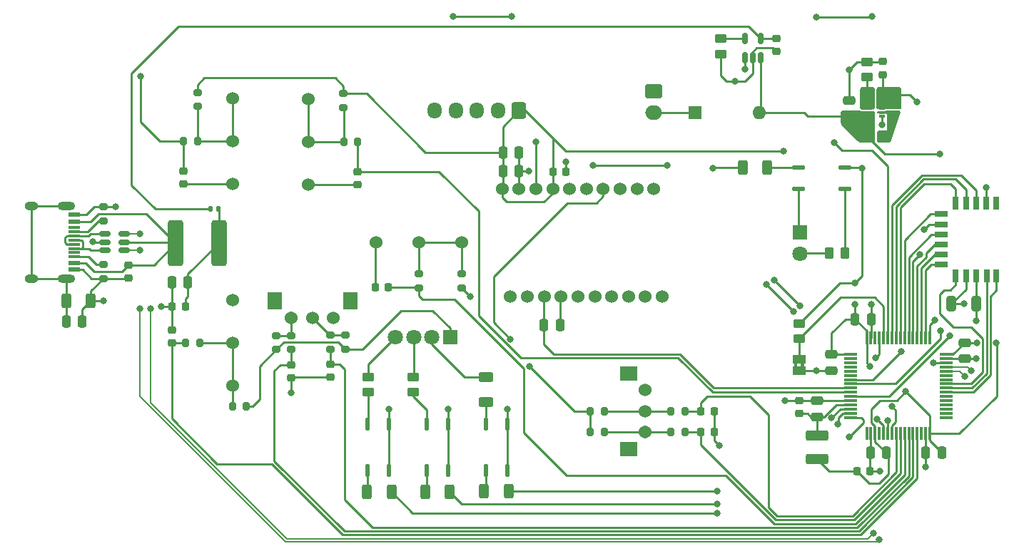
<source format=gbr>
%TF.GenerationSoftware,KiCad,Pcbnew,7.0.8*%
%TF.CreationDate,2024-01-02T21:28:17+01:00*%
%TF.ProjectId,Computer Mouse,436f6d70-7574-4657-9220-4d6f7573652e,rev?*%
%TF.SameCoordinates,Original*%
%TF.FileFunction,Copper,L1,Top*%
%TF.FilePolarity,Positive*%
%FSLAX46Y46*%
G04 Gerber Fmt 4.6, Leading zero omitted, Abs format (unit mm)*
G04 Created by KiCad (PCBNEW 7.0.8) date 2024-01-02 21:28:17*
%MOMM*%
%LPD*%
G01*
G04 APERTURE LIST*
G04 Aperture macros list*
%AMRoundRect*
0 Rectangle with rounded corners*
0 $1 Rounding radius*
0 $2 $3 $4 $5 $6 $7 $8 $9 X,Y pos of 4 corners*
0 Add a 4 corners polygon primitive as box body*
4,1,4,$2,$3,$4,$5,$6,$7,$8,$9,$2,$3,0*
0 Add four circle primitives for the rounded corners*
1,1,$1+$1,$2,$3*
1,1,$1+$1,$4,$5*
1,1,$1+$1,$6,$7*
1,1,$1+$1,$8,$9*
0 Add four rect primitives between the rounded corners*
20,1,$1+$1,$2,$3,$4,$5,0*
20,1,$1+$1,$4,$5,$6,$7,0*
20,1,$1+$1,$6,$7,$8,$9,0*
20,1,$1+$1,$8,$9,$2,$3,0*%
G04 Aperture macros list end*
%TA.AperFunction,SMDPad,CuDef*%
%ADD10RoundRect,0.250000X-0.450000X0.262500X-0.450000X-0.262500X0.450000X-0.262500X0.450000X0.262500X0*%
%TD*%
%TA.AperFunction,SMDPad,CuDef*%
%ADD11RoundRect,0.150000X-0.512500X-0.150000X0.512500X-0.150000X0.512500X0.150000X-0.512500X0.150000X0*%
%TD*%
%TA.AperFunction,SMDPad,CuDef*%
%ADD12R,0.700000X1.500000*%
%TD*%
%TA.AperFunction,SMDPad,CuDef*%
%ADD13R,1.500000X0.700000*%
%TD*%
%TA.AperFunction,SMDPad,CuDef*%
%ADD14RoundRect,0.075000X-0.700000X-0.075000X0.700000X-0.075000X0.700000X0.075000X-0.700000X0.075000X0*%
%TD*%
%TA.AperFunction,SMDPad,CuDef*%
%ADD15RoundRect,0.075000X-0.075000X-0.700000X0.075000X-0.700000X0.075000X0.700000X-0.075000X0.700000X0*%
%TD*%
%TA.AperFunction,SMDPad,CuDef*%
%ADD16RoundRect,0.250000X-0.475000X0.250000X-0.475000X-0.250000X0.475000X-0.250000X0.475000X0.250000X0*%
%TD*%
%TA.AperFunction,SMDPad,CuDef*%
%ADD17RoundRect,0.225000X-0.225000X-0.250000X0.225000X-0.250000X0.225000X0.250000X-0.225000X0.250000X0*%
%TD*%
%TA.AperFunction,SMDPad,CuDef*%
%ADD18RoundRect,0.200000X0.275000X-0.200000X0.275000X0.200000X-0.275000X0.200000X-0.275000X-0.200000X0*%
%TD*%
%TA.AperFunction,SMDPad,CuDef*%
%ADD19RoundRect,0.250000X-0.312500X-0.625000X0.312500X-0.625000X0.312500X0.625000X-0.312500X0.625000X0*%
%TD*%
%TA.AperFunction,SMDPad,CuDef*%
%ADD20RoundRect,0.150000X0.150000X-0.512500X0.150000X0.512500X-0.150000X0.512500X-0.150000X-0.512500X0*%
%TD*%
%TA.AperFunction,WasherPad*%
%ADD21R,1.800000X2.100000*%
%TD*%
%TA.AperFunction,ComponentPad*%
%ADD22C,1.540000*%
%TD*%
%TA.AperFunction,ComponentPad*%
%ADD23C,1.524000*%
%TD*%
%TA.AperFunction,SMDPad,CuDef*%
%ADD24RoundRect,0.250000X-1.075000X0.375000X-1.075000X-0.375000X1.075000X-0.375000X1.075000X0.375000X0*%
%TD*%
%TA.AperFunction,SMDPad,CuDef*%
%ADD25RoundRect,0.200000X0.200000X0.275000X-0.200000X0.275000X-0.200000X-0.275000X0.200000X-0.275000X0*%
%TD*%
%TA.AperFunction,SMDPad,CuDef*%
%ADD26RoundRect,0.250000X0.650000X2.450000X-0.650000X2.450000X-0.650000X-2.450000X0.650000X-2.450000X0*%
%TD*%
%TA.AperFunction,SMDPad,CuDef*%
%ADD27RoundRect,0.250000X-0.250000X-0.475000X0.250000X-0.475000X0.250000X0.475000X-0.250000X0.475000X0*%
%TD*%
%TA.AperFunction,SMDPad,CuDef*%
%ADD28RoundRect,0.137500X0.137500X-0.587500X0.137500X0.587500X-0.137500X0.587500X-0.137500X-0.587500X0*%
%TD*%
%TA.AperFunction,SMDPad,CuDef*%
%ADD29RoundRect,0.225000X-0.250000X0.225000X-0.250000X-0.225000X0.250000X-0.225000X0.250000X0.225000X0*%
%TD*%
%TA.AperFunction,SMDPad,CuDef*%
%ADD30RoundRect,0.250000X-0.625000X0.312500X-0.625000X-0.312500X0.625000X-0.312500X0.625000X0.312500X0*%
%TD*%
%TA.AperFunction,SMDPad,CuDef*%
%ADD31RoundRect,0.200000X-0.200000X-0.275000X0.200000X-0.275000X0.200000X0.275000X-0.200000X0.275000X0*%
%TD*%
%TA.AperFunction,SMDPad,CuDef*%
%ADD32RoundRect,0.250000X0.262500X0.450000X-0.262500X0.450000X-0.262500X-0.450000X0.262500X-0.450000X0*%
%TD*%
%TA.AperFunction,SMDPad,CuDef*%
%ADD33RoundRect,0.250000X0.475000X-0.250000X0.475000X0.250000X-0.475000X0.250000X-0.475000X-0.250000X0*%
%TD*%
%TA.AperFunction,SMDPad,CuDef*%
%ADD34R,1.500000X1.000000*%
%TD*%
%TA.AperFunction,SMDPad,CuDef*%
%ADD35RoundRect,0.250000X0.450000X-0.262500X0.450000X0.262500X-0.450000X0.262500X-0.450000X-0.262500X0*%
%TD*%
%TA.AperFunction,ComponentPad*%
%ADD36R,1.800000X1.800000*%
%TD*%
%TA.AperFunction,ComponentPad*%
%ADD37C,1.800000*%
%TD*%
%TA.AperFunction,SMDPad,CuDef*%
%ADD38RoundRect,0.200000X-0.275000X0.200000X-0.275000X-0.200000X0.275000X-0.200000X0.275000X0.200000X0*%
%TD*%
%TA.AperFunction,SMDPad,CuDef*%
%ADD39RoundRect,0.250000X0.325000X0.650000X-0.325000X0.650000X-0.325000X-0.650000X0.325000X-0.650000X0*%
%TD*%
%TA.AperFunction,SMDPad,CuDef*%
%ADD40RoundRect,0.250000X0.250000X0.475000X-0.250000X0.475000X-0.250000X-0.475000X0.250000X-0.475000X0*%
%TD*%
%TA.AperFunction,SMDPad,CuDef*%
%ADD41RoundRect,0.225000X0.250000X-0.225000X0.250000X0.225000X-0.250000X0.225000X-0.250000X-0.225000X0*%
%TD*%
%TA.AperFunction,SMDPad,CuDef*%
%ADD42RoundRect,0.237500X-0.287500X-0.237500X0.287500X-0.237500X0.287500X0.237500X-0.287500X0.237500X0*%
%TD*%
%TA.AperFunction,SMDPad,CuDef*%
%ADD43RoundRect,0.225000X0.225000X0.250000X-0.225000X0.250000X-0.225000X-0.250000X0.225000X-0.250000X0*%
%TD*%
%TA.AperFunction,WasherPad*%
%ADD44R,2.100000X1.800000*%
%TD*%
%TA.AperFunction,SMDPad,CuDef*%
%ADD45RoundRect,0.137500X-0.587500X-0.137500X0.587500X-0.137500X0.587500X0.137500X-0.587500X0.137500X0*%
%TD*%
%TA.AperFunction,SMDPad,CuDef*%
%ADD46R,1.450000X0.600000*%
%TD*%
%TA.AperFunction,SMDPad,CuDef*%
%ADD47R,1.450000X0.300000*%
%TD*%
%TA.AperFunction,ComponentPad*%
%ADD48O,2.100000X1.000000*%
%TD*%
%TA.AperFunction,ComponentPad*%
%ADD49O,1.600000X1.000000*%
%TD*%
%TA.AperFunction,ComponentPad*%
%ADD50RoundRect,0.250000X-0.750000X0.600000X-0.750000X-0.600000X0.750000X-0.600000X0.750000X0.600000X0*%
%TD*%
%TA.AperFunction,ComponentPad*%
%ADD51O,2.000000X1.700000*%
%TD*%
%TA.AperFunction,SMDPad,CuDef*%
%ADD52R,0.670000X0.300000*%
%TD*%
%TA.AperFunction,SMDPad,CuDef*%
%ADD53RoundRect,0.147500X-0.147500X-0.172500X0.147500X-0.172500X0.147500X0.172500X-0.147500X0.172500X0*%
%TD*%
%TA.AperFunction,SMDPad,CuDef*%
%ADD54RoundRect,0.250000X0.312500X0.625000X-0.312500X0.625000X-0.312500X-0.625000X0.312500X-0.625000X0*%
%TD*%
%TA.AperFunction,ComponentPad*%
%ADD55RoundRect,0.250000X0.600000X0.725000X-0.600000X0.725000X-0.600000X-0.725000X0.600000X-0.725000X0*%
%TD*%
%TA.AperFunction,ComponentPad*%
%ADD56O,1.700000X1.950000*%
%TD*%
%TA.AperFunction,ComponentPad*%
%ADD57R,1.600000X1.600000*%
%TD*%
%TA.AperFunction,ComponentPad*%
%ADD58O,1.600000X1.600000*%
%TD*%
%TA.AperFunction,ViaPad*%
%ADD59C,0.800000*%
%TD*%
%TA.AperFunction,Conductor*%
%ADD60C,0.250000*%
%TD*%
%TA.AperFunction,Conductor*%
%ADD61C,0.200000*%
%TD*%
G04 APERTURE END LIST*
%TA.AperFunction,EtchedComponent*%
%TO.C,JP1*%
G36*
X172800000Y-115750000D02*
G01*
X172400000Y-115750000D01*
X172400000Y-115250000D01*
X172800000Y-115250000D01*
X172800000Y-115750000D01*
G37*
%TD.AperFunction*%
%TA.AperFunction,EtchedComponent*%
G36*
X172000000Y-115750000D02*
G01*
X171600000Y-115750000D01*
X171600000Y-115250000D01*
X172000000Y-115250000D01*
X172000000Y-115750000D01*
G37*
%TD.AperFunction*%
%TD*%
D10*
%TO.P,R11,1*%
%TO.N,Net-(U6-PROG)*%
X162900000Y-76737500D03*
%TO.P,R11,2*%
%TO.N,GND*%
X162900000Y-78562500D03*
%TD*%
D11*
%TO.P,U5,1,I/O1*%
%TO.N,Net-(J2-D--PadA7)*%
X89837500Y-99970000D03*
%TO.P,U5,2,GND*%
%TO.N,GND*%
X89837500Y-100920000D03*
%TO.P,U5,3,I/O2*%
%TO.N,Net-(J2-D+-PadA6)*%
X89837500Y-101870000D03*
%TO.P,U5,4,I/O2*%
%TO.N,D+*%
X92112500Y-101870000D03*
%TO.P,U5,5,VBUS*%
%TO.N,Net-(U5-VBUS)*%
X92112500Y-100920000D03*
%TO.P,U5,6,I/O1*%
%TO.N,D-*%
X92112500Y-99970000D03*
%TD*%
D12*
%TO.P,U10,1,BT_RF*%
%TO.N,unconnected-(U10-BT_RF-Pad1)*%
X195600000Y-96250000D03*
%TO.P,U10,2,GND*%
%TO.N,GND*%
X194400000Y-96250000D03*
%TO.P,U10,3,P1_2*%
%TO.N,BT_P1_2*%
X193200000Y-96250000D03*
%TO.P,U10,4,P1_3*%
%TO.N,BT_P1_3*%
X192000000Y-96250000D03*
%TO.P,U10,5,P1_7*%
%TO.N,BT_P1_7*%
X190800000Y-96250000D03*
D13*
%TO.P,U10,6,P1_6*%
%TO.N,BT_P1_6*%
X189100000Y-97600000D03*
%TO.P,U10,7,UART_RX*%
%TO.N,BT_RX*%
X189100000Y-98800000D03*
%TO.P,U10,8,UART_TX*%
%TO.N,BT_TX*%
X189100000Y-100000000D03*
%TO.P,U10,9,P3_6*%
%TO.N,BT_P3_6*%
X189100000Y-101200000D03*
%TO.P,U10,10,RST*%
%TO.N,BT_RST*%
X189100000Y-102400000D03*
%TO.P,U10,11,P0_0*%
%TO.N,BT_P0_0*%
X189100000Y-103600000D03*
D12*
%TO.P,U10,12,P0_2*%
%TO.N,BT_P0_2*%
X190800000Y-104950000D03*
%TO.P,U10,13,GND*%
%TO.N,GND*%
X192000000Y-104950000D03*
%TO.P,U10,14,VBAT*%
%TO.N,+3V3*%
X193200000Y-104950000D03*
%TO.P,U10,15,P2_7*%
%TO.N,BT_P2_7*%
X194450000Y-104950000D03*
%TO.P,U10,16,P2_0*%
%TO.N,BT_P2_0*%
X195600000Y-104950000D03*
%TD*%
D14*
%TO.P,U2,1,VBAT*%
%TO.N,+3V3*%
X178300000Y-114250000D03*
%TO.P,U2,2,PC13*%
%TO.N,unconnected-(U2-PC13-Pad2)*%
X178300000Y-114750000D03*
%TO.P,U2,3,PC14*%
%TO.N,unconnected-(U2-PC14-Pad3)*%
X178300000Y-115250000D03*
%TO.P,U2,4,PC15*%
%TO.N,unconnected-(U2-PC15-Pad4)*%
X178300000Y-115750000D03*
%TO.P,U2,5,PD0*%
%TO.N,unconnected-(U2-PD0-Pad5)*%
X178300000Y-116250000D03*
%TO.P,U2,6,PD1*%
%TO.N,unconnected-(U2-PD1-Pad6)*%
X178300000Y-116750000D03*
%TO.P,U2,7,NRST*%
%TO.N,NRST*%
X178300000Y-117250000D03*
%TO.P,U2,8,PC0*%
%TO.N,+BATT*%
X178300000Y-117750000D03*
%TO.P,U2,9,PC1*%
%TO.N,REF*%
X178300000Y-118250000D03*
%TO.P,U2,10,PC2*%
%TO.N,SW2*%
X178300000Y-118750000D03*
%TO.P,U2,11,PC3*%
%TO.N,SW3*%
X178300000Y-119250000D03*
%TO.P,U2,12,VSSA*%
%TO.N,GND*%
X178300000Y-119750000D03*
%TO.P,U2,13,VDDA*%
%TO.N,+3.3VA*%
X178300000Y-120250000D03*
%TO.P,U2,14,PA0*%
%TO.N,Net-(U2-PA0)*%
X178300000Y-120750000D03*
%TO.P,U2,15,PA1*%
%TO.N,Net-(U2-PA1)*%
X178300000Y-121250000D03*
%TO.P,U2,16,PA2*%
%TO.N,Net-(U2-PA2)*%
X178300000Y-121750000D03*
D15*
%TO.P,U2,17,PA3*%
%TO.N,unconnected-(U2-PA3-Pad17)*%
X180225000Y-123675000D03*
%TO.P,U2,18,VSS*%
%TO.N,GND*%
X180725000Y-123675000D03*
%TO.P,U2,19,VDD*%
%TO.N,+3V3*%
X181225000Y-123675000D03*
%TO.P,U2,20,PA4*%
%TO.N,unconnected-(U2-PA4-Pad20)*%
X181725000Y-123675000D03*
%TO.P,U2,21,PA5*%
%TO.N,SCLK*%
X182225000Y-123675000D03*
%TO.P,U2,22,PA6*%
%TO.N,MISO*%
X182725000Y-123675000D03*
%TO.P,U2,23,PA7*%
%TO.N,MOSI*%
X183225000Y-123675000D03*
%TO.P,U2,24,PC4*%
%TO.N,SW7B*%
X183725000Y-123675000D03*
%TO.P,U2,25,PC5*%
%TO.N,SW7A*%
X184225000Y-123675000D03*
%TO.P,U2,26,PB0*%
%TO.N,SW5*%
X184725000Y-123675000D03*
%TO.P,U2,27,PB1*%
%TO.N,SW4B*%
X185225000Y-123675000D03*
%TO.P,U2,28,PB2*%
%TO.N,SW4A*%
X185725000Y-123675000D03*
%TO.P,U2,29,PB10*%
%TO.N,SW6*%
X186225000Y-123675000D03*
%TO.P,U2,30,PB11*%
%TO.N,unconnected-(U2-PB11-Pad30)*%
X186725000Y-123675000D03*
%TO.P,U2,31,VSS*%
%TO.N,GND*%
X187225000Y-123675000D03*
%TO.P,U2,32,VDD*%
%TO.N,+3V3*%
X187725000Y-123675000D03*
D14*
%TO.P,U2,33,PB12*%
%TO.N,unconnected-(U2-PB12-Pad33)*%
X189650000Y-121750000D03*
%TO.P,U2,34,PB13*%
%TO.N,unconnected-(U2-PB13-Pad34)*%
X189650000Y-121250000D03*
%TO.P,U2,35,PB14*%
%TO.N,unconnected-(U2-PB14-Pad35)*%
X189650000Y-120750000D03*
%TO.P,U2,36,PB15*%
%TO.N,unconnected-(U2-PB15-Pad36)*%
X189650000Y-120250000D03*
%TO.P,U2,37,PC6*%
%TO.N,unconnected-(U2-PC6-Pad37)*%
X189650000Y-119750000D03*
%TO.P,U2,38,PC7*%
%TO.N,unconnected-(U2-PC7-Pad38)*%
X189650000Y-119250000D03*
%TO.P,U2,39,PC8*%
%TO.N,BT_P2_0*%
X189650000Y-118750000D03*
%TO.P,U2,40,PC9*%
%TO.N,BT_P2_7*%
X189650000Y-118250000D03*
%TO.P,U2,41,PA8*%
%TO.N,BT_P0_2*%
X189650000Y-117750000D03*
%TO.P,U2,42,PA9*%
%TO.N,unconnected-(U2-PA9-Pad42)*%
X189650000Y-117250000D03*
%TO.P,U2,43,PA10*%
%TO.N,unconnected-(U2-PA10-Pad43)*%
X189650000Y-116750000D03*
%TO.P,U2,44,PA11*%
%TO.N,D-*%
X189650000Y-116250000D03*
%TO.P,U2,45,PA12*%
%TO.N,D+*%
X189650000Y-115750000D03*
%TO.P,U2,46,PA13*%
%TO.N,SWCLK*%
X189650000Y-115250000D03*
%TO.P,U2,47,VSS*%
%TO.N,GND*%
X189650000Y-114750000D03*
%TO.P,U2,48,VDD*%
%TO.N,+3V3*%
X189650000Y-114250000D03*
D15*
%TO.P,U2,49,PA14*%
%TO.N,SWDIO*%
X187725000Y-112325000D03*
%TO.P,U2,50,PA15*%
%TO.N,BT_P0_0*%
X187225000Y-112325000D03*
%TO.P,U2,51,PC10*%
%TO.N,BT_RST*%
X186725000Y-112325000D03*
%TO.P,U2,52,PC11*%
%TO.N,BT_P3_6*%
X186225000Y-112325000D03*
%TO.P,U2,53,PC12*%
%TO.N,BT_RX*%
X185725000Y-112325000D03*
%TO.P,U2,54,PD2*%
%TO.N,BT_TX*%
X185225000Y-112325000D03*
%TO.P,U2,55,PB3*%
%TO.N,BT_P1_6*%
X184725000Y-112325000D03*
%TO.P,U2,56,PB4*%
%TO.N,BT_P1_7*%
X184225000Y-112325000D03*
%TO.P,U2,57,PB5*%
%TO.N,BT_P1_3*%
X183725000Y-112325000D03*
%TO.P,U2,58,PB6*%
%TO.N,BT_P1_2*%
X183225000Y-112325000D03*
%TO.P,U2,59,PB7*%
%TO.N,STAT*%
X182725000Y-112325000D03*
%TO.P,U2,60,BOOT0*%
%TO.N,Net-(JP1-A)*%
X182225000Y-112325000D03*
%TO.P,U2,61,PB8*%
%TO.N,MOTION*%
X181725000Y-112325000D03*
%TO.P,U2,62,PB9*%
%TO.N,unconnected-(U2-PB9-Pad62)*%
X181225000Y-112325000D03*
%TO.P,U2,63,VSS*%
%TO.N,GND*%
X180725000Y-112325000D03*
%TO.P,U2,64,VDD*%
%TO.N,+3V3*%
X180225000Y-112325000D03*
%TD*%
D16*
%TO.P,C2,1*%
%TO.N,+3V3*%
X191850000Y-112850000D03*
%TO.P,C2,2*%
%TO.N,GND*%
X191850000Y-114750000D03*
%TD*%
D17*
%TO.P,C27,1*%
%TO.N,SW7A*%
X160575000Y-123500000D03*
%TO.P,C27,2*%
%TO.N,GND*%
X162125000Y-123500000D03*
%TD*%
%TO.P,C11,1*%
%TO.N,GND*%
X97825000Y-108600000D03*
%TO.P,C11,2*%
%TO.N,Net-(C10-Pad2)*%
X99375000Y-108600000D03*
%TD*%
D18*
%TO.P,R23,1*%
%TO.N,SW4B*%
X116600000Y-113625000D03*
%TO.P,R23,2*%
%TO.N,Net-(R18-Pad2)*%
X116600000Y-111975000D03*
%TD*%
D19*
%TO.P,R7,1*%
%TO.N,Net-(R7-Pad1)*%
X134837500Y-130500000D03*
%TO.P,R7,2*%
%TO.N,Net-(U2-PA0)*%
X137762500Y-130500000D03*
%TD*%
D20*
%TO.P,U6,1,STAT*%
%TO.N,STAT*%
X165750000Y-78987500D03*
%TO.P,U6,2,V_{SS}*%
%TO.N,GND*%
X166700000Y-78987500D03*
%TO.P,U6,3,V_{BAT}*%
%TO.N,+BATT*%
X167650000Y-78987500D03*
%TO.P,U6,4,V_{DD}*%
%TO.N,+5V*%
X167650000Y-76712500D03*
%TO.P,U6,5,PROG*%
%TO.N,Net-(U6-PROG)*%
X165750000Y-76712500D03*
%TD*%
D21*
%TO.P,SW4,*%
%TO.N,*%
X109975000Y-107920000D03*
X118975000Y-107920000D03*
D22*
%TO.P,SW4,A,A*%
%TO.N,Net-(R19-Pad2)*%
X111975000Y-109920000D03*
D23*
%TO.P,SW4,B,B*%
%TO.N,Net-(R18-Pad2)*%
X114475000Y-109920000D03*
%TO.P,SW4,C,C*%
%TO.N,GND*%
X116975000Y-109920000D03*
%TD*%
D24*
%TO.P,L1,1,1*%
%TO.N,+3.3VA*%
X174350000Y-123900000D03*
%TO.P,L1,2,2*%
%TO.N,+3V3*%
X174350000Y-126700000D03*
%TD*%
D18*
%TO.P,R22,1*%
%TO.N,SW4A*%
X111950000Y-113675000D03*
%TO.P,R22,2*%
%TO.N,Net-(R19-Pad2)*%
X111950000Y-112025000D03*
%TD*%
D25*
%TO.P,R30,1*%
%TO.N,SW7A*%
X158675000Y-123500000D03*
%TO.P,R30,2*%
%TO.N,Net-(R29-Pad2)*%
X157025000Y-123500000D03*
%TD*%
D19*
%TO.P,R14,1*%
%TO.N,Net-(U9-XYLED)*%
X165512500Y-92080000D03*
%TO.P,R14,2*%
%TO.N,Net-(R14-Pad2)*%
X168437500Y-92080000D03*
%TD*%
D26*
%TO.P,FB1,1*%
%TO.N,Net-(C10-Pad2)*%
X103350000Y-101050000D03*
%TO.P,FB1,2*%
%TO.N,Net-(U5-VBUS)*%
X98250000Y-101050000D03*
%TD*%
D27*
%TO.P,C17,1*%
%TO.N,+3V3*%
X137050000Y-90250000D03*
%TO.P,C17,2*%
%TO.N,GND*%
X138950000Y-90250000D03*
%TD*%
D28*
%TO.P,U1,1*%
%TO.N,Net-(R2-Pad1)*%
X121030000Y-128050000D03*
%TO.P,U1,2*%
%TO.N,GND*%
X123570000Y-128050000D03*
%TO.P,U1,3*%
X123570000Y-122550000D03*
%TO.P,U1,4*%
%TO.N,Net-(R3-Pad1)*%
X121030000Y-122550000D03*
%TD*%
D29*
%TO.P,C13,1*%
%TO.N,+5V*%
X169550000Y-76725000D03*
%TO.P,C13,2*%
%TO.N,GND*%
X169550000Y-78275000D03*
%TD*%
D30*
%TO.P,R6,1*%
%TO.N,Net-(D1-BK)*%
X135050000Y-116987500D03*
%TO.P,R6,2*%
%TO.N,Net-(R6-Pad2)*%
X135050000Y-119912500D03*
%TD*%
D31*
%TO.P,R27,1*%
%TO.N,SW6*%
X99425000Y-112900000D03*
%TO.P,R27,2*%
%TO.N,Net-(SW6-A)*%
X101075000Y-112900000D03*
%TD*%
D32*
%TO.P,R15,1*%
%TO.N,Net-(R15-Pad1)*%
X177612500Y-102250000D03*
%TO.P,R15,2*%
%TO.N,Net-(D2-A)*%
X175787500Y-102250000D03*
%TD*%
D33*
%TO.P,C14,1*%
%TO.N,+BATT*%
X178150000Y-86000000D03*
%TO.P,C14,2*%
%TO.N,GND*%
X178150000Y-84100000D03*
%TD*%
D29*
%TO.P,C24,1*%
%TO.N,SW4B*%
X116600000Y-115425000D03*
%TO.P,C24,2*%
%TO.N,GND*%
X116600000Y-116975000D03*
%TD*%
D18*
%TO.P,R19,1*%
%TO.N,+3V3*%
X110200000Y-113675000D03*
%TO.P,R19,2*%
%TO.N,Net-(R19-Pad2)*%
X110200000Y-112025000D03*
%TD*%
D34*
%TO.P,JP1,1,A*%
%TO.N,Net-(JP1-A)*%
X172200000Y-114850000D03*
%TO.P,JP1,2,B*%
%TO.N,GND*%
X172200000Y-116150000D03*
%TD*%
D35*
%TO.P,R3,1*%
%TO.N,Net-(R3-Pad1)*%
X121050000Y-118762500D03*
%TO.P,R3,2*%
%TO.N,Net-(D1-RK)*%
X121050000Y-116937500D03*
%TD*%
D17*
%TO.P,C28,1*%
%TO.N,SW7B*%
X160575000Y-121000000D03*
%TO.P,C28,2*%
%TO.N,GND*%
X162125000Y-121000000D03*
%TD*%
D36*
%TO.P,D1,1,A*%
%TO.N,+3V3*%
X130790000Y-112200000D03*
D37*
%TO.P,D1,2,BK*%
%TO.N,Net-(D1-BK)*%
X128631000Y-112200000D03*
%TO.P,D1,3,GK*%
%TO.N,Net-(D1-GK)*%
X126472000Y-112200000D03*
%TO.P,D1,4,RK*%
%TO.N,Net-(D1-RK)*%
X124313000Y-112200000D03*
%TD*%
D38*
%TO.P,R8,1*%
%TO.N,Net-(J2-CC2)*%
X89650000Y-103575000D03*
%TO.P,R8,2*%
%TO.N,GND*%
X89650000Y-105225000D03*
%TD*%
D27*
%TO.P,C5,1*%
%TO.N,+3V3*%
X178850000Y-110050000D03*
%TO.P,C5,2*%
%TO.N,GND*%
X180750000Y-110050000D03*
%TD*%
D17*
%TO.P,C19,1*%
%TO.N,+3V3*%
X142975000Y-92550000D03*
%TO.P,C19,2*%
%TO.N,GND*%
X144525000Y-92550000D03*
%TD*%
D31*
%TO.P,R21,1*%
%TO.N,SW3*%
X99175000Y-88900000D03*
%TO.P,R21,2*%
%TO.N,Net-(SW3-A)*%
X100825000Y-88900000D03*
%TD*%
D25*
%TO.P,R20,1*%
%TO.N,SW2*%
X119825000Y-89000000D03*
%TO.P,R20,2*%
%TO.N,Net-(SW2-A)*%
X118175000Y-89000000D03*
%TD*%
D39*
%TO.P,C20,1*%
%TO.N,+3V3*%
X193225000Y-108250000D03*
%TO.P,C20,2*%
%TO.N,GND*%
X190275000Y-108250000D03*
%TD*%
D19*
%TO.P,R5,1*%
%TO.N,Net-(R5-Pad1)*%
X127837500Y-130550000D03*
%TO.P,R5,2*%
%TO.N,Net-(U2-PA1)*%
X130762500Y-130550000D03*
%TD*%
D16*
%TO.P,C1,1*%
%TO.N,+3V3*%
X176050000Y-114250000D03*
%TO.P,C1,2*%
%TO.N,GND*%
X176050000Y-116150000D03*
%TD*%
D40*
%TO.P,C12,1*%
%TO.N,GND*%
X87150000Y-110350000D03*
%TO.P,C12,2*%
%TO.N,Net-(J2-SHIELD)*%
X85250000Y-110350000D03*
%TD*%
D23*
%TO.P,SW2,1,A*%
%TO.N,Net-(SW2-A)*%
X113975000Y-83920000D03*
%TO.P,SW2,2,B*%
X113975000Y-89000000D03*
%TO.P,SW2,3,C*%
%TO.N,GND*%
X113975000Y-94080000D03*
%TD*%
D41*
%TO.P,C7,1*%
%TO.N,+3.3VA*%
X172200000Y-121275000D03*
%TO.P,C7,2*%
%TO.N,GND*%
X172200000Y-119725000D03*
%TD*%
D23*
%TO.P,SW5,1,A*%
%TO.N,Net-(SW5-A)*%
X132135000Y-100920000D03*
%TO.P,SW5,2,B*%
X127055000Y-100920000D03*
%TO.P,SW5,3,C*%
%TO.N,GND*%
X121975000Y-100920000D03*
%TD*%
D18*
%TO.P,R9,1*%
%TO.N,Net-(J2-CC1)*%
X89650000Y-98375000D03*
%TO.P,R9,2*%
%TO.N,GND*%
X89650000Y-96725000D03*
%TD*%
D42*
%TO.P,L2,1,1*%
%TO.N,+BATT*%
X180475000Y-88300000D03*
%TO.P,L2,2,2*%
%TO.N,Net-(U7-SW)*%
X182225000Y-88300000D03*
%TD*%
D41*
%TO.P,C26,1*%
%TO.N,SW6*%
X97800000Y-112925000D03*
%TO.P,C26,2*%
%TO.N,GND*%
X97800000Y-111375000D03*
%TD*%
D43*
%TO.P,C25,1*%
%TO.N,SW5*%
X123475000Y-106300000D03*
%TO.P,C25,2*%
%TO.N,GND*%
X121925000Y-106300000D03*
%TD*%
D27*
%TO.P,C16,1*%
%TO.N,+3V3*%
X137050000Y-92450000D03*
%TO.P,C16,2*%
%TO.N,GND*%
X138950000Y-92450000D03*
%TD*%
D33*
%TO.P,C8,1*%
%TO.N,+3.3VA*%
X174350000Y-121650000D03*
%TO.P,C8,2*%
%TO.N,GND*%
X174350000Y-119750000D03*
%TD*%
D44*
%TO.P,SW7,*%
%TO.N,*%
X151975000Y-125500000D03*
X151975000Y-116500000D03*
D22*
%TO.P,SW7,A,A*%
%TO.N,Net-(R29-Pad2)*%
X153975000Y-123500000D03*
D23*
%TO.P,SW7,B,B*%
%TO.N,Net-(R28-Pad2)*%
X153975000Y-121000000D03*
%TO.P,SW7,C,C*%
%TO.N,GND*%
X153975000Y-118500000D03*
%TD*%
D45*
%TO.P,U8,1*%
%TO.N,Net-(R14-Pad2)*%
X172150000Y-92080000D03*
%TO.P,U8,2*%
%TO.N,GND*%
X172150000Y-94620000D03*
%TO.P,U8,3*%
%TO.N,Net-(R15-Pad1)*%
X177650000Y-94620000D03*
%TO.P,U8,4*%
%TO.N,+3V3*%
X177650000Y-92080000D03*
%TD*%
D19*
%TO.P,R2,1*%
%TO.N,Net-(R2-Pad1)*%
X120937500Y-130600000D03*
%TO.P,R2,2*%
%TO.N,Net-(U2-PA2)*%
X123862500Y-130600000D03*
%TD*%
D10*
%TO.P,R4,1*%
%TO.N,Net-(D1-GK)*%
X126450000Y-116937500D03*
%TO.P,R4,2*%
%TO.N,Net-(R4-Pad2)*%
X126450000Y-118762500D03*
%TD*%
D35*
%TO.P,R13,1*%
%TO.N,Net-(U7-FB)*%
X180300000Y-81312500D03*
%TO.P,R13,2*%
%TO.N,GND*%
X180300000Y-79487500D03*
%TD*%
D46*
%TO.P,J2,A1,GND*%
%TO.N,GND*%
X86185000Y-97670000D03*
%TO.P,J2,A4,VBUS*%
%TO.N,Net-(U5-VBUS)*%
X86185000Y-98470000D03*
D47*
%TO.P,J2,A5,CC1*%
%TO.N,Net-(J2-CC1)*%
X86185000Y-99670000D03*
%TO.P,J2,A6,D+*%
%TO.N,Net-(J2-D+-PadA6)*%
X86185000Y-100670000D03*
%TO.P,J2,A7,D-*%
%TO.N,Net-(J2-D--PadA7)*%
X86185000Y-101170000D03*
%TO.P,J2,A8,SBU1*%
%TO.N,unconnected-(J2-SBU1-PadA8)*%
X86185000Y-102170000D03*
D46*
%TO.P,J2,A9,VBUS*%
%TO.N,Net-(U5-VBUS)*%
X86185000Y-103370000D03*
%TO.P,J2,A12,GND*%
%TO.N,GND*%
X86185000Y-104170000D03*
%TO.P,J2,B1,GND*%
X86185000Y-104170000D03*
%TO.P,J2,B4,VBUS*%
%TO.N,Net-(U5-VBUS)*%
X86185000Y-103370000D03*
D47*
%TO.P,J2,B5,CC2*%
%TO.N,Net-(J2-CC2)*%
X86185000Y-102670000D03*
%TO.P,J2,B6,D+*%
%TO.N,Net-(J2-D+-PadA6)*%
X86185000Y-101670000D03*
%TO.P,J2,B7,D-*%
%TO.N,Net-(J2-D--PadA7)*%
X86185000Y-100170000D03*
%TO.P,J2,B8,SBU2*%
%TO.N,unconnected-(J2-SBU2-PadB8)*%
X86185000Y-99170000D03*
D46*
%TO.P,J2,B9,VBUS*%
%TO.N,Net-(U5-VBUS)*%
X86185000Y-98470000D03*
%TO.P,J2,B12,GND*%
%TO.N,GND*%
X86185000Y-97670000D03*
D48*
%TO.P,J2,S1,SHIELD*%
%TO.N,Net-(J2-SHIELD)*%
X85270000Y-96600000D03*
D49*
X81090000Y-96600000D03*
D48*
X85270000Y-105240000D03*
D49*
X81090000Y-105240000D03*
%TD*%
D50*
%TO.P,J3,1,Pin_1*%
%TO.N,GND*%
X154975000Y-83000000D03*
D51*
%TO.P,J3,2,Pin_2*%
%TO.N,Net-(J3-Pin_2)*%
X154975000Y-85500000D03*
%TD*%
D18*
%TO.P,R26,1*%
%TO.N,SW5*%
X127100000Y-106325000D03*
%TO.P,R26,2*%
%TO.N,Net-(SW5-A)*%
X127100000Y-104675000D03*
%TD*%
D36*
%TO.P,D2,1,K*%
%TO.N,GND*%
X172275000Y-99725000D03*
D37*
%TO.P,D2,2,A*%
%TO.N,Net-(D2-A)*%
X172275000Y-102265000D03*
%TD*%
D41*
%TO.P,C15,1*%
%TO.N,+3V3*%
X182100000Y-81025000D03*
%TO.P,C15,2*%
%TO.N,GND*%
X182100000Y-79475000D03*
%TD*%
D25*
%TO.P,R31,1*%
%TO.N,SW7B*%
X158675000Y-121000000D03*
%TO.P,R31,2*%
%TO.N,Net-(R28-Pad2)*%
X157025000Y-121000000D03*
%TD*%
D38*
%TO.P,R16,1*%
%TO.N,+3V3*%
X118150000Y-83275000D03*
%TO.P,R16,2*%
%TO.N,Net-(SW2-A)*%
X118150000Y-84925000D03*
%TD*%
D29*
%TO.P,C23,1*%
%TO.N,SW4A*%
X111950000Y-115475000D03*
%TO.P,C23,2*%
%TO.N,GND*%
X111950000Y-117025000D03*
%TD*%
D18*
%TO.P,R18,1*%
%TO.N,+3V3*%
X118350000Y-113625000D03*
%TO.P,R18,2*%
%TO.N,Net-(R18-Pad2)*%
X118350000Y-111975000D03*
%TD*%
D32*
%TO.P,R12,1*%
%TO.N,+3V3*%
X182112500Y-83400000D03*
%TO.P,R12,2*%
%TO.N,Net-(U7-FB)*%
X180287500Y-83400000D03*
%TD*%
D38*
%TO.P,R17,1*%
%TO.N,+3V3*%
X100850000Y-83125000D03*
%TO.P,R17,2*%
%TO.N,Net-(SW3-A)*%
X100850000Y-84775000D03*
%TD*%
D23*
%TO.P,U9,1,NC*%
%TO.N,unconnected-(U9-NC-Pad1)*%
X154975000Y-94625000D03*
%TO.P,U9,2,NC*%
%TO.N,unconnected-(U9-NC-Pad2)*%
X152975000Y-94625000D03*
%TO.P,U9,3,NCS*%
%TO.N,GND*%
X150975000Y-94625000D03*
%TO.P,U9,4,SCLK*%
%TO.N,SCLK*%
X148975000Y-94625000D03*
%TO.P,U9,5,MOSI*%
%TO.N,MOSI*%
X146975000Y-94625000D03*
%TO.P,U9,6,MOTION*%
%TO.N,MOTION*%
X144975000Y-94625000D03*
%TO.P,U9,7,VDDIO*%
%TO.N,+3V3*%
X142975000Y-94625000D03*
%TO.P,U9,8,XYLED*%
%TO.N,Net-(U9-XYLED)*%
X140975000Y-94625000D03*
%TO.P,U9,9,GND*%
%TO.N,GND*%
X138975000Y-94625000D03*
%TO.P,U9,10,VDD*%
%TO.N,+3V3*%
X137000000Y-94625000D03*
%TO.P,U9,11,VDD*%
X137975000Y-107375000D03*
%TO.P,U9,12,NC*%
%TO.N,unconnected-(U9-NC-Pad12)*%
X139975000Y-107375000D03*
%TO.P,U9,13,REF*%
%TO.N,REF*%
X141975000Y-107375000D03*
%TO.P,U9,14,GND*%
%TO.N,GND*%
X143975000Y-107375000D03*
%TO.P,U9,15,NC*%
%TO.N,unconnected-(U9-NC-Pad15)*%
X145975000Y-107375000D03*
%TO.P,U9,16,MISO*%
%TO.N,MISO*%
X147975000Y-107375000D03*
%TO.P,U9,17,NC*%
%TO.N,unconnected-(U9-NC-Pad17)*%
X149975000Y-107375000D03*
%TO.P,U9,18,NC*%
%TO.N,unconnected-(U9-NC-Pad18)*%
X151975000Y-107375000D03*
%TO.P,U9,19,GND*%
%TO.N,GND*%
X153975000Y-107375000D03*
%TO.P,U9,20,NC*%
%TO.N,unconnected-(U9-NC-Pad20)*%
X155975000Y-107375000D03*
%TD*%
D31*
%TO.P,R29,1*%
%TO.N,+3V3*%
X147425000Y-123500000D03*
%TO.P,R29,2*%
%TO.N,Net-(R29-Pad2)*%
X149075000Y-123500000D03*
%TD*%
D52*
%TO.P,U7,1,FB*%
%TO.N,Net-(U7-FB)*%
X180560000Y-85000000D03*
%TO.P,U7,2,EN*%
%TO.N,+BATT*%
X180560000Y-85500000D03*
%TO.P,U7,3,VIN*%
X180560000Y-86000000D03*
%TO.P,U7,4,GND*%
%TO.N,GND*%
X182040000Y-86000000D03*
%TO.P,U7,5,SW*%
%TO.N,Net-(U7-SW)*%
X182040000Y-85500000D03*
%TO.P,U7,6,VOUT*%
%TO.N,+3V3*%
X182040000Y-85000000D03*
%TD*%
D29*
%TO.P,C22,1*%
%TO.N,SW3*%
X99150000Y-92475000D03*
%TO.P,C22,2*%
%TO.N,GND*%
X99150000Y-94025000D03*
%TD*%
%TO.P,C21,1*%
%TO.N,SW2*%
X119850000Y-92525000D03*
%TO.P,C21,2*%
%TO.N,GND*%
X119850000Y-94075000D03*
%TD*%
D23*
%TO.P,SW3,1,A*%
%TO.N,Net-(SW3-A)*%
X104975000Y-83840000D03*
%TO.P,SW3,2,B*%
X104975000Y-88920000D03*
%TO.P,SW3,3,C*%
%TO.N,GND*%
X104975000Y-94000000D03*
%TD*%
D28*
%TO.P,U4,1*%
%TO.N,Net-(R7-Pad1)*%
X135030000Y-128050000D03*
%TO.P,U4,2*%
%TO.N,GND*%
X137570000Y-128050000D03*
%TO.P,U4,3*%
X137570000Y-122550000D03*
%TO.P,U4,4*%
%TO.N,Net-(R6-Pad2)*%
X135030000Y-122550000D03*
%TD*%
D27*
%TO.P,C10,1*%
%TO.N,GND*%
X97800000Y-105700000D03*
%TO.P,C10,2*%
%TO.N,Net-(C10-Pad2)*%
X99700000Y-105700000D03*
%TD*%
D25*
%TO.P,R25,1*%
%TO.N,+3V3*%
X106625000Y-120400000D03*
%TO.P,R25,2*%
%TO.N,Net-(SW6-A)*%
X104975000Y-120400000D03*
%TD*%
D41*
%TO.P,C9,1*%
%TO.N,GND*%
X92650000Y-105175000D03*
%TO.P,C9,2*%
%TO.N,Net-(U5-VBUS)*%
X92650000Y-103625000D03*
%TD*%
D17*
%TO.P,C6,1*%
%TO.N,+3V3*%
X179075000Y-128100000D03*
%TO.P,C6,2*%
%TO.N,GND*%
X180625000Y-128100000D03*
%TD*%
D18*
%TO.P,R24,1*%
%TO.N,+3V3*%
X132150000Y-106325000D03*
%TO.P,R24,2*%
%TO.N,Net-(SW5-A)*%
X132150000Y-104675000D03*
%TD*%
D40*
%TO.P,C3,1*%
%TO.N,+3V3*%
X189150000Y-125950000D03*
%TO.P,C3,2*%
%TO.N,GND*%
X187250000Y-125950000D03*
%TD*%
D53*
%TO.P,F1,1*%
%TO.N,+5V*%
X102365000Y-97000000D03*
%TO.P,F1,2*%
%TO.N,Net-(C10-Pad2)*%
X103335000Y-97000000D03*
%TD*%
D23*
%TO.P,SW6,1,A*%
%TO.N,Net-(SW6-A)*%
X104975000Y-118000000D03*
%TO.P,SW6,2,B*%
X104975000Y-112920000D03*
%TO.P,SW6,3,C*%
%TO.N,GND*%
X104975000Y-107840000D03*
%TD*%
D10*
%TO.P,R1,1*%
%TO.N,+3V3*%
X172200000Y-110587500D03*
%TO.P,R1,2*%
%TO.N,Net-(JP1-A)*%
X172200000Y-112412500D03*
%TD*%
D54*
%TO.P,R10,1*%
%TO.N,GND*%
X88175000Y-107850000D03*
%TO.P,R10,2*%
%TO.N,Net-(J2-SHIELD)*%
X85250000Y-107850000D03*
%TD*%
D55*
%TO.P,J1,1,Pin_1*%
%TO.N,+3V3*%
X138975000Y-85300000D03*
D56*
%TO.P,J1,2,Pin_2*%
%TO.N,SWDIO*%
X136475000Y-85300000D03*
%TO.P,J1,3,Pin_3*%
%TO.N,SWCLK*%
X133975000Y-85300000D03*
%TO.P,J1,4,Pin_4*%
%TO.N,NRST*%
X131475000Y-85300000D03*
%TO.P,J1,5,Pin_5*%
%TO.N,GND*%
X128975000Y-85300000D03*
%TD*%
D28*
%TO.P,U3,1*%
%TO.N,Net-(R5-Pad1)*%
X128030000Y-128050000D03*
%TO.P,U3,2*%
%TO.N,GND*%
X130570000Y-128050000D03*
%TO.P,U3,3*%
X130570000Y-122550000D03*
%TO.P,U3,4*%
%TO.N,Net-(R4-Pad2)*%
X128030000Y-122550000D03*
%TD*%
D31*
%TO.P,R28,1*%
%TO.N,+3V3*%
X147425000Y-121000000D03*
%TO.P,R28,2*%
%TO.N,Net-(R28-Pad2)*%
X149075000Y-121000000D03*
%TD*%
D27*
%TO.P,C18,1*%
%TO.N,REF*%
X141950000Y-110750000D03*
%TO.P,C18,2*%
%TO.N,GND*%
X143850000Y-110750000D03*
%TD*%
D40*
%TO.P,C4,1*%
%TO.N,+3V3*%
X182550000Y-125950000D03*
%TO.P,C4,2*%
%TO.N,GND*%
X180650000Y-125950000D03*
%TD*%
D57*
%TO.P,SW1,1,A*%
%TO.N,Net-(J3-Pin_2)*%
X159900000Y-85550000D03*
D58*
%TO.P,SW1,2,B*%
%TO.N,+BATT*%
X167520000Y-85550000D03*
%TD*%
D59*
%TO.N,+3V3*%
X193250000Y-110300000D03*
X179650000Y-92100000D03*
X193275500Y-112850000D03*
X178850000Y-108350000D03*
X195624500Y-112850000D03*
X140212057Y-115655752D03*
X186200000Y-84250000D03*
X170350000Y-90100000D03*
X184850000Y-118650000D03*
X180600000Y-115700000D03*
X133200000Y-107400000D03*
X178850000Y-105750000D03*
%TO.N,GND*%
X180750000Y-108350000D03*
X181825500Y-128100000D03*
X140160000Y-92450000D03*
X123570000Y-120780000D03*
X194400000Y-94400000D03*
X91150000Y-96700000D03*
X130570000Y-120780000D03*
X144530000Y-91390000D03*
X88374500Y-100900000D03*
X111950000Y-118800000D03*
X96510000Y-108600000D03*
X164592000Y-81788000D03*
X174270000Y-116170000D03*
X89670000Y-107850000D03*
X193250000Y-114750000D03*
X137580000Y-120780000D03*
X191750000Y-108250000D03*
X162700000Y-125050000D03*
X178170000Y-80440000D03*
X187250000Y-127600000D03*
X170510000Y-119740000D03*
X182050000Y-86950000D03*
%TO.N,+BATT*%
X189025000Y-111475000D03*
X188925000Y-90425000D03*
%TO.N,SW3*%
X180883000Y-74133000D03*
X174244000Y-74168000D03*
X138140000Y-74110000D03*
X131120000Y-74100000D03*
X190100000Y-112050000D03*
X94050000Y-81250000D03*
%TO.N,SWDIO*%
X188300000Y-110200000D03*
%TO.N,SWCLK*%
X188150000Y-115250000D03*
%TO.N,NRST*%
X184300000Y-113900000D03*
%TO.N,STAT*%
X165787701Y-80400000D03*
X176350000Y-89100000D03*
%TO.N,SCLK*%
X137975000Y-112425000D03*
X181474500Y-121950353D03*
%TO.N,MISO*%
X182700879Y-122152133D03*
%TO.N,MOSI*%
X171540000Y-109160000D03*
X183220000Y-120424500D03*
X168350000Y-105950000D03*
%TO.N,MOTION*%
X181300000Y-114650000D03*
X147760000Y-91825500D03*
X172281167Y-108489421D03*
X169250000Y-105460000D03*
X156570000Y-91820000D03*
%TO.N,D-*%
X95300000Y-108850000D03*
X181050000Y-135450000D03*
X191882162Y-116839866D03*
X94000000Y-99950000D03*
%TO.N,D+*%
X93950000Y-108850000D03*
X181682923Y-136223573D03*
X192650000Y-116200000D03*
X93950000Y-101850000D03*
%TO.N,BT_RX*%
X187050000Y-99400000D03*
X186550000Y-102400000D03*
%TO.N,Net-(U9-XYLED)*%
X162000000Y-92150000D03*
X141000000Y-89025500D03*
%TO.N,Net-(U2-PA0)*%
X176062299Y-121812299D03*
X162500000Y-130500000D03*
%TO.N,Net-(U2-PA1)*%
X162500000Y-132000497D03*
X176825000Y-122575000D03*
%TO.N,Net-(U2-PA2)*%
X162500000Y-133100000D03*
X178150000Y-124100000D03*
%TD*%
D60*
%TO.N,+3V3*%
X138975000Y-85300000D02*
X139700000Y-85300000D01*
X193200000Y-104950000D02*
X193200000Y-108225000D01*
X179650000Y-92100000D02*
X179650000Y-104950000D01*
X111075000Y-112800000D02*
X117525000Y-112800000D01*
X117150000Y-81400000D02*
X118150000Y-82400000D01*
X142975000Y-88575000D02*
X142975000Y-92550000D01*
X127850000Y-90250000D02*
X120875000Y-83275000D01*
X137000000Y-94625000D02*
X137000000Y-95600000D01*
X176050000Y-111700000D02*
X176050000Y-114250000D01*
X179075000Y-128100000D02*
X175750000Y-128100000D01*
X179630000Y-92080000D02*
X179650000Y-92100000D01*
X193225000Y-110275000D02*
X193250000Y-110300000D01*
X132150000Y-106325000D02*
X132150000Y-106350000D01*
X189650000Y-114250000D02*
X190450000Y-114250000D01*
X175750000Y-128100000D02*
X174350000Y-126700000D01*
X125000000Y-109050000D02*
X128700000Y-109050000D01*
X182550000Y-125950000D02*
X182800000Y-126200000D01*
X191225000Y-123675000D02*
X187725000Y-123675000D01*
X137050000Y-94575000D02*
X137000000Y-94625000D01*
X128700000Y-109050000D02*
X130790000Y-111140000D01*
X108200000Y-115675000D02*
X110200000Y-113675000D01*
X180750000Y-122325305D02*
X180750000Y-120770000D01*
X181700000Y-129550000D02*
X180525000Y-129550000D01*
X141950000Y-96150000D02*
X142975000Y-95125000D01*
X137050000Y-90250000D02*
X137050000Y-87225000D01*
X180225000Y-111425000D02*
X178850000Y-110050000D01*
X179650000Y-104950000D02*
X178850000Y-105750000D01*
X140212057Y-115662057D02*
X145550000Y-121000000D01*
X183800000Y-119700000D02*
X184850000Y-118650000D01*
X100850000Y-83125000D02*
X100850000Y-82200000D01*
X137050000Y-87225000D02*
X138975000Y-85300000D01*
X182800000Y-128450000D02*
X181700000Y-129550000D01*
X117525000Y-112800000D02*
X118350000Y-113625000D01*
X100850000Y-82200000D02*
X101650000Y-81400000D01*
X178850000Y-110050000D02*
X178850000Y-108350000D01*
X180225000Y-112325000D02*
X180225000Y-115325000D01*
X110200000Y-113675000D02*
X111075000Y-112800000D01*
X132150000Y-106350000D02*
X133200000Y-107400000D01*
X107400000Y-120400000D02*
X108200000Y-119600000D01*
X137000000Y-95600000D02*
X137550000Y-96150000D01*
X195650000Y-112875500D02*
X195650000Y-119250000D01*
X142850000Y-88450000D02*
X142975000Y-88575000D01*
X176050000Y-114250000D02*
X178300000Y-114250000D01*
X181225000Y-123675000D02*
X181225000Y-122800305D01*
X142975000Y-92550000D02*
X142975000Y-94625000D01*
X193225000Y-108250000D02*
X193225000Y-110275000D01*
X181225000Y-123675000D02*
X181225000Y-124625000D01*
X101650000Y-81400000D02*
X117150000Y-81400000D01*
X118350000Y-113625000D02*
X120425000Y-113625000D01*
X190450000Y-114250000D02*
X191850000Y-112850000D01*
X182800000Y-126200000D02*
X182800000Y-128450000D01*
X177037500Y-105750000D02*
X172200000Y-110587500D01*
X142975000Y-95125000D02*
X142975000Y-94625000D01*
X144500000Y-90100000D02*
X142850000Y-88450000D01*
X137050000Y-90250000D02*
X127850000Y-90250000D01*
X137550000Y-96150000D02*
X141950000Y-96150000D01*
X195650000Y-119250000D02*
X191225000Y-123675000D01*
X181820000Y-119700000D02*
X183800000Y-119700000D01*
X181225000Y-124625000D02*
X182550000Y-125950000D01*
X170350000Y-90100000D02*
X144500000Y-90100000D01*
X187725000Y-124525000D02*
X189150000Y-125950000D01*
X108200000Y-119600000D02*
X108200000Y-115675000D01*
X118150000Y-82400000D02*
X118150000Y-83275000D01*
X137050000Y-90250000D02*
X137050000Y-92450000D01*
X137050000Y-92450000D02*
X137050000Y-94575000D01*
X120425000Y-113625000D02*
X125000000Y-109050000D01*
X186200000Y-84250000D02*
X185350000Y-83400000D01*
X193200000Y-108225000D02*
X193225000Y-108250000D01*
X180225000Y-115325000D02*
X180600000Y-115700000D01*
X178850000Y-105750000D02*
X177037500Y-105750000D01*
X106625000Y-120400000D02*
X107400000Y-120400000D01*
X187725000Y-123675000D02*
X187725000Y-124525000D01*
X120875000Y-83275000D02*
X118150000Y-83275000D01*
X139700000Y-85300000D02*
X142850000Y-88450000D01*
X182100000Y-81025000D02*
X182100000Y-83387500D01*
X185350000Y-83400000D02*
X182112500Y-83400000D01*
X195624500Y-112850000D02*
X195650000Y-112875500D01*
X130790000Y-111140000D02*
X130790000Y-112200000D01*
X180750000Y-120770000D02*
X181820000Y-119700000D01*
X177700000Y-110050000D02*
X176050000Y-111700000D01*
X182100000Y-83387500D02*
X182112500Y-83400000D01*
X180525000Y-129550000D02*
X179075000Y-128100000D01*
X184850000Y-118650000D02*
X187725000Y-121525000D01*
X187725000Y-121525000D02*
X187725000Y-123675000D01*
X180225000Y-112325000D02*
X180225000Y-111425000D01*
X181225000Y-122800305D02*
X180750000Y-122325305D01*
X191850000Y-112850000D02*
X193275500Y-112850000D01*
X140212057Y-115655752D02*
X140212057Y-115662057D01*
X178850000Y-110050000D02*
X177700000Y-110050000D01*
X177650000Y-92080000D02*
X179630000Y-92080000D01*
X147425000Y-123500000D02*
X147425000Y-121000000D01*
X145550000Y-121000000D02*
X147425000Y-121000000D01*
%TO.N,GND*%
X165762000Y-81788000D02*
X164592000Y-81788000D01*
X97825000Y-108600000D02*
X96510000Y-108600000D01*
X116600000Y-116975000D02*
X112000000Y-116975000D01*
X104950000Y-94025000D02*
X104975000Y-94000000D01*
X137570000Y-120790000D02*
X137580000Y-120780000D01*
X180725000Y-123675000D02*
X180725000Y-125875000D01*
X123570000Y-122550000D02*
X123570000Y-120780000D01*
X180300000Y-79487500D02*
X179112500Y-79487500D01*
X88175000Y-107850000D02*
X88175000Y-106700000D01*
X89650000Y-96725000D02*
X91125000Y-96725000D01*
X180625000Y-125975000D02*
X180650000Y-125950000D01*
X187250000Y-125950000D02*
X187250000Y-123700000D01*
X178150000Y-84100000D02*
X178150000Y-80460000D01*
X86185000Y-97670000D02*
X87630000Y-97670000D01*
X180300000Y-79487500D02*
X182087500Y-79487500D01*
X130570000Y-122550000D02*
X130570000Y-120780000D01*
X143850000Y-107500000D02*
X143975000Y-107375000D01*
X178170000Y-80430000D02*
X178170000Y-80440000D01*
X123570000Y-122550000D02*
X123570000Y-128050000D01*
X138950000Y-92450000D02*
X138950000Y-94600000D01*
X144525000Y-92550000D02*
X144525000Y-91395000D01*
X178300000Y-119750000D02*
X174350000Y-119750000D01*
X170525000Y-119725000D02*
X172200000Y-119725000D01*
X170510000Y-119740000D02*
X170525000Y-119725000D01*
X187250000Y-125950000D02*
X187250000Y-127600000D01*
X162125000Y-123500000D02*
X162125000Y-124475000D01*
X112000000Y-116975000D02*
X111950000Y-117025000D01*
X130570000Y-122550000D02*
X130570000Y-128050000D01*
X87150000Y-108875000D02*
X88175000Y-107850000D01*
X137570000Y-122550000D02*
X137570000Y-120790000D01*
X180725000Y-125875000D02*
X180650000Y-125950000D01*
X86185000Y-104170000D02*
X87220000Y-104170000D01*
X163576000Y-81788000D02*
X162900000Y-81112000D01*
X113895000Y-94000000D02*
X113975000Y-94080000D01*
X162125000Y-124475000D02*
X162700000Y-125050000D01*
X113975000Y-94080000D02*
X119845000Y-94080000D01*
X172225000Y-119750000D02*
X172200000Y-119725000D01*
X97800000Y-108575000D02*
X97825000Y-108600000D01*
X187250000Y-123700000D02*
X187225000Y-123675000D01*
X88575000Y-96725000D02*
X89650000Y-96725000D01*
X172150000Y-99600000D02*
X172275000Y-99725000D01*
X190275000Y-108250000D02*
X191750000Y-108250000D01*
X179112500Y-79487500D02*
X178170000Y-80430000D01*
X87220000Y-104170000D02*
X88275000Y-105225000D01*
X176050000Y-116150000D02*
X174290000Y-116150000D01*
X111950000Y-117025000D02*
X111950000Y-118800000D01*
X89837500Y-100920000D02*
X88394500Y-100920000D01*
X144525000Y-91395000D02*
X144530000Y-91390000D01*
X97825000Y-111350000D02*
X97800000Y-111375000D01*
X169125000Y-77850000D02*
X169550000Y-78275000D01*
X172150000Y-94620000D02*
X172150000Y-99600000D01*
X88175000Y-107850000D02*
X89670000Y-107850000D01*
X180750000Y-110050000D02*
X180750000Y-108350000D01*
X194400000Y-96250000D02*
X194400000Y-94400000D01*
X178150000Y-80460000D02*
X178170000Y-80440000D01*
X174250000Y-116150000D02*
X172200000Y-116150000D01*
X166700000Y-78987500D02*
X166700000Y-78325000D01*
X138950000Y-92450000D02*
X140160000Y-92450000D01*
X192000000Y-104950000D02*
X192000000Y-106525000D01*
X166700000Y-80850000D02*
X165762000Y-81788000D01*
X182040000Y-86940000D02*
X182050000Y-86950000D01*
X87630000Y-97670000D02*
X88575000Y-96725000D01*
X138950000Y-90250000D02*
X138950000Y-92450000D01*
X91125000Y-96725000D02*
X91150000Y-96700000D01*
X164592000Y-81788000D02*
X163576000Y-81788000D01*
X166700000Y-78325000D02*
X167175000Y-77850000D01*
X97825000Y-108600000D02*
X97825000Y-111350000D01*
X162900000Y-81112000D02*
X162900000Y-78562500D01*
X174350000Y-119750000D02*
X172225000Y-119750000D01*
X97800000Y-105700000D02*
X97800000Y-108575000D01*
X119845000Y-94080000D02*
X119850000Y-94075000D01*
X180750000Y-110050000D02*
X180750000Y-112300000D01*
X138950000Y-94600000D02*
X138975000Y-94625000D01*
X121925000Y-106300000D02*
X121925000Y-100970000D01*
X182040000Y-86000000D02*
X182040000Y-86940000D01*
X87150000Y-110350000D02*
X87150000Y-108875000D01*
X182087500Y-79487500D02*
X182100000Y-79475000D01*
X99150000Y-94025000D02*
X104950000Y-94025000D01*
X162125000Y-123500000D02*
X162125000Y-121000000D01*
X92600000Y-105225000D02*
X92650000Y-105175000D01*
X121925000Y-100970000D02*
X121975000Y-100920000D01*
X180625000Y-128100000D02*
X181825500Y-128100000D01*
X88275000Y-105225000D02*
X89650000Y-105225000D01*
X180625000Y-128100000D02*
X180625000Y-125975000D01*
X166700000Y-78987500D02*
X166700000Y-80850000D01*
X189650000Y-114750000D02*
X191850000Y-114750000D01*
X191850000Y-114750000D02*
X193250000Y-114750000D01*
X178170000Y-80440000D02*
X178160000Y-80440000D01*
X174290000Y-116150000D02*
X174270000Y-116170000D01*
X137570000Y-122550000D02*
X137570000Y-128050000D01*
X88175000Y-106700000D02*
X89650000Y-105225000D01*
X143850000Y-110750000D02*
X143850000Y-107500000D01*
X167175000Y-77850000D02*
X169125000Y-77850000D01*
X88394500Y-100920000D02*
X88374500Y-100900000D01*
X89650000Y-105225000D02*
X92600000Y-105225000D01*
X192000000Y-106525000D02*
X190275000Y-108250000D01*
X178160000Y-80440000D02*
X178150000Y-80450000D01*
X174270000Y-116170000D02*
X174250000Y-116150000D01*
X180750000Y-112300000D02*
X180725000Y-112325000D01*
%TO.N,+3.3VA*%
X174350000Y-123900000D02*
X174350000Y-121650000D01*
X174350000Y-121650000D02*
X173600000Y-121650000D01*
X173600000Y-121650000D02*
X173225000Y-121275000D01*
X176600000Y-120250000D02*
X178300000Y-120250000D01*
X174350000Y-121650000D02*
X175200000Y-121650000D01*
X173225000Y-121275000D02*
X172200000Y-121275000D01*
X175200000Y-121650000D02*
X176600000Y-120250000D01*
%TO.N,Net-(C10-Pad2)*%
X103350000Y-101050000D02*
X103350000Y-97015000D01*
X103350000Y-101050000D02*
X103350000Y-102450000D01*
X99700000Y-107350000D02*
X99700000Y-105700000D01*
X99700000Y-104700000D02*
X103350000Y-101050000D01*
X99375000Y-108600000D02*
X99375000Y-107675000D01*
X103350000Y-97015000D02*
X103335000Y-97000000D01*
X99375000Y-107675000D02*
X99700000Y-107350000D01*
X99700000Y-105700000D02*
X99700000Y-104700000D01*
%TO.N,Net-(J2-SHIELD)*%
X81090000Y-96600000D02*
X81090000Y-105240000D01*
X85800000Y-105545000D02*
X86105000Y-105240000D01*
X85300000Y-105270000D02*
X85270000Y-105240000D01*
X85800000Y-105520000D02*
X86080000Y-105240000D01*
X85270000Y-96600000D02*
X81090000Y-96600000D01*
X85270000Y-105240000D02*
X85270000Y-107830000D01*
X85250000Y-110350000D02*
X85250000Y-107850000D01*
X85270000Y-107830000D02*
X85250000Y-107850000D01*
X81090000Y-105240000D02*
X85270000Y-105240000D01*
%TO.N,+5V*%
X169550000Y-76725000D02*
X167662500Y-76725000D01*
X166237500Y-75300000D02*
X167650000Y-76712500D01*
X93000000Y-80850000D02*
X98550000Y-75300000D01*
X95850000Y-97000000D02*
X93000000Y-94150000D01*
X98550000Y-75300000D02*
X166237500Y-75300000D01*
X167662500Y-76725000D02*
X167650000Y-76712500D01*
X93000000Y-94150000D02*
X93000000Y-80850000D01*
X102365000Y-97000000D02*
X95850000Y-97000000D01*
%TO.N,+BATT*%
X182375000Y-90425000D02*
X180475000Y-88525000D01*
X188925000Y-90425000D02*
X182375000Y-90425000D01*
X189025000Y-111475000D02*
X189025000Y-112365686D01*
X167650000Y-78987500D02*
X167650000Y-85420000D01*
X180475000Y-88150000D02*
X180200000Y-88150000D01*
X172800000Y-85550000D02*
X173250000Y-86000000D01*
X189025000Y-112365686D02*
X183640686Y-117750000D01*
X167650000Y-85120000D02*
X167220000Y-85550000D01*
X183640686Y-117750000D02*
X178300000Y-117750000D01*
X167650000Y-85420000D02*
X167520000Y-85550000D01*
X180475000Y-88525000D02*
X180475000Y-88300000D01*
X167570000Y-85500000D02*
X167520000Y-85550000D01*
X167520000Y-85550000D02*
X172800000Y-85550000D01*
X173250000Y-86000000D02*
X178150000Y-86000000D01*
%TO.N,REF*%
X143100000Y-114200000D02*
X141950000Y-113050000D01*
X141950000Y-107400000D02*
X141975000Y-107375000D01*
X141950000Y-110750000D02*
X141950000Y-107400000D01*
X158050000Y-114200000D02*
X143100000Y-114200000D01*
X162100000Y-118250000D02*
X158050000Y-114200000D01*
X178300000Y-118250000D02*
X162100000Y-118250000D01*
X141950000Y-113050000D02*
X141950000Y-110750000D01*
%TO.N,SW2*%
X119850000Y-92525000D02*
X119850000Y-89025000D01*
X119850000Y-89025000D02*
X119825000Y-89000000D01*
X119850000Y-92525000D02*
X129475000Y-92525000D01*
X134200000Y-109675305D02*
X139174695Y-114650000D01*
X129475000Y-92525000D02*
X134200000Y-97250000D01*
X134200000Y-97250000D02*
X134200000Y-109675305D01*
X161963604Y-118750000D02*
X178300000Y-118750000D01*
X139174695Y-114650000D02*
X157863604Y-114650000D01*
X157863604Y-114650000D02*
X161963604Y-118750000D01*
%TO.N,SW3*%
X131120000Y-74100000D02*
X131160000Y-74140000D01*
X138110000Y-74140000D02*
X138140000Y-74110000D01*
X94050000Y-86600000D02*
X96350000Y-88900000D01*
X99150000Y-92475000D02*
X99150000Y-88925000D01*
X174244000Y-74168000D02*
X180848000Y-74168000D01*
X96350000Y-88900000D02*
X99175000Y-88900000D01*
X180848000Y-74168000D02*
X180883000Y-74133000D01*
X131160000Y-74140000D02*
X138110000Y-74140000D01*
X182900000Y-119250000D02*
X190100000Y-112050000D01*
X99150000Y-88925000D02*
X99175000Y-88900000D01*
X94050000Y-81250000D02*
X94050000Y-86600000D01*
X178300000Y-119250000D02*
X182900000Y-119250000D01*
%TO.N,SW4A*%
X111950000Y-113675000D02*
X111950000Y-115475000D01*
X185725000Y-123675000D02*
X185725000Y-128820584D01*
X179295584Y-135250000D02*
X118263604Y-135250000D01*
X109950000Y-116200000D02*
X110675000Y-115475000D01*
X118263604Y-135250000D02*
X109950000Y-126936396D01*
X110675000Y-115475000D02*
X111950000Y-115475000D01*
X109950000Y-126936396D02*
X109950000Y-116200000D01*
X185725000Y-128820584D02*
X179295584Y-135250000D01*
%TO.N,SW4B*%
X117725000Y-115425000D02*
X118300000Y-116000000D01*
X185225000Y-128684188D02*
X185225000Y-123675000D01*
X118300000Y-131550000D02*
X121550000Y-134800000D01*
X118300000Y-116000000D02*
X118300000Y-131550000D01*
X116600000Y-115425000D02*
X117725000Y-115425000D01*
X121550000Y-134800000D02*
X179109188Y-134800000D01*
X179109188Y-134800000D02*
X185225000Y-128684188D01*
X116600000Y-115425000D02*
X116600000Y-113625000D01*
%TO.N,SW5*%
X127550000Y-107750000D02*
X131350000Y-107750000D01*
X127100000Y-106325000D02*
X127100000Y-107300000D01*
X131350000Y-107750000D02*
X139550000Y-115950000D01*
X163513604Y-128600000D02*
X169263604Y-134350000D01*
X139550000Y-123550000D02*
X144600000Y-128600000D01*
X123475000Y-106300000D02*
X127075000Y-106300000D01*
X184725000Y-128547792D02*
X184725000Y-123675000D01*
X127100000Y-107300000D02*
X127550000Y-107750000D01*
X169263604Y-134350000D02*
X178922792Y-134350000D01*
X139550000Y-115950000D02*
X139550000Y-123550000D01*
X178922792Y-134350000D02*
X184725000Y-128547792D01*
X144600000Y-128600000D02*
X163513604Y-128600000D01*
X127075000Y-106300000D02*
X127100000Y-106325000D01*
%TO.N,SW6*%
X118077208Y-135700000D02*
X109627208Y-127250000D01*
X179481980Y-135700000D02*
X118077208Y-135700000D01*
X97800000Y-112925000D02*
X99400000Y-112925000D01*
X103150000Y-127250000D02*
X97800000Y-121900000D01*
X97800000Y-121900000D02*
X97800000Y-112925000D01*
X109627208Y-127250000D02*
X103150000Y-127250000D01*
X99400000Y-112925000D02*
X99425000Y-112900000D01*
X186225000Y-128956980D02*
X179481980Y-135700000D01*
X186225000Y-123675000D02*
X186225000Y-128956980D01*
%TO.N,SW7A*%
X169450000Y-133900000D02*
X160575000Y-125025000D01*
X184225000Y-128411396D02*
X178736396Y-133900000D01*
X184225000Y-123675000D02*
X184225000Y-128411396D01*
X160575000Y-125025000D02*
X160575000Y-123500000D01*
X158675000Y-123500000D02*
X160575000Y-123500000D01*
X178736396Y-133900000D02*
X169450000Y-133900000D01*
%TO.N,SW7B*%
X166400000Y-119250000D02*
X168600000Y-121450000D01*
X169636396Y-133450000D02*
X178550000Y-133450000D01*
X158675000Y-121000000D02*
X160575000Y-121000000D01*
X183750000Y-128250000D02*
X183725000Y-128225000D01*
X178550000Y-133450000D02*
X183750000Y-128250000D01*
X160575000Y-119975000D02*
X161300000Y-119250000D01*
X168600000Y-121450000D02*
X168600000Y-132413604D01*
X160575000Y-121000000D02*
X160575000Y-119975000D01*
X183725000Y-128225000D02*
X183725000Y-123675000D01*
X161300000Y-119250000D02*
X166400000Y-119250000D01*
X168600000Y-132413604D02*
X169636396Y-133450000D01*
%TO.N,Net-(D2-A)*%
X175787500Y-102250000D02*
X172290000Y-102250000D01*
X172290000Y-102250000D02*
X172275000Y-102265000D01*
%TO.N,SWDIO*%
X187725000Y-112325000D02*
X187725000Y-110775000D01*
X187725000Y-110775000D02*
X188300000Y-110200000D01*
%TO.N,SWCLK*%
X189650000Y-115250000D02*
X188150000Y-115250000D01*
%TO.N,NRST*%
X180950000Y-117250000D02*
X178300000Y-117250000D01*
X184300000Y-113900000D02*
X180950000Y-117250000D01*
%TO.N,Net-(J2-CC1)*%
X86185000Y-99670000D02*
X87793604Y-99670000D01*
X87793604Y-99670000D02*
X89088604Y-98375000D01*
X89088604Y-98375000D02*
X89650000Y-98375000D01*
%TO.N,Net-(J2-D+-PadA6)*%
X87019620Y-100670000D02*
X87235000Y-100885380D01*
X86185000Y-101670000D02*
X87970000Y-101670000D01*
X87235000Y-101454620D02*
X87019620Y-101670000D01*
X88170000Y-101870000D02*
X89837500Y-101870000D01*
X87970000Y-101670000D02*
X88170000Y-101870000D01*
X86185000Y-100670000D02*
X87019620Y-100670000D01*
X87019620Y-101670000D02*
X86185000Y-101670000D01*
X87235000Y-100885380D02*
X87235000Y-101454620D01*
%TO.N,Net-(J2-D--PadA7)*%
X86185000Y-100170000D02*
X85350380Y-100170000D01*
X87930000Y-100170000D02*
X88130000Y-99970000D01*
X85135000Y-100954620D02*
X85350380Y-101170000D01*
X86185000Y-100170000D02*
X87930000Y-100170000D01*
X88130000Y-99970000D02*
X89837500Y-99970000D01*
X85135000Y-100385380D02*
X85135000Y-100954620D01*
X85350380Y-101170000D02*
X86185000Y-101170000D01*
X85350380Y-100170000D02*
X85135000Y-100385380D01*
%TO.N,Net-(J2-CC2)*%
X87920000Y-102670000D02*
X88825000Y-103575000D01*
X86185000Y-102670000D02*
X87920000Y-102670000D01*
X88825000Y-103575000D02*
X89650000Y-103575000D01*
%TO.N,Net-(J3-Pin_2)*%
X159900000Y-85550000D02*
X155025000Y-85550000D01*
X159550000Y-85500000D02*
X159600000Y-85550000D01*
X155025000Y-85550000D02*
X154975000Y-85500000D01*
%TO.N,Net-(JP1-A)*%
X182225000Y-112325000D02*
X182225000Y-108525000D01*
X177112500Y-107500000D02*
X172200000Y-112412500D01*
X182225000Y-108525000D02*
X181200000Y-107500000D01*
X172200000Y-114850000D02*
X172200000Y-112412500D01*
X181200000Y-107500000D02*
X177112500Y-107500000D01*
%TO.N,Net-(SW2-A)*%
X118175000Y-84950000D02*
X118150000Y-84925000D01*
X113975000Y-83920000D02*
X113975000Y-89000000D01*
X118175000Y-89000000D02*
X118175000Y-84950000D01*
X113975000Y-89000000D02*
X118175000Y-89000000D01*
%TO.N,Net-(SW3-A)*%
X100825000Y-84800000D02*
X100850000Y-84775000D01*
X104975000Y-83840000D02*
X104975000Y-88920000D01*
X100845000Y-88920000D02*
X100825000Y-88900000D01*
X100825000Y-88900000D02*
X100825000Y-84800000D01*
X104975000Y-88920000D02*
X100845000Y-88920000D01*
%TO.N,Net-(R18-Pad2)*%
X116600000Y-111975000D02*
X116530000Y-111975000D01*
X116530000Y-111975000D02*
X114475000Y-109920000D01*
X114450000Y-109945000D02*
X114475000Y-109920000D01*
X116600000Y-111975000D02*
X118350000Y-111975000D01*
%TO.N,Net-(R19-Pad2)*%
X111950000Y-112025000D02*
X111950000Y-109945000D01*
X110200000Y-112025000D02*
X111950000Y-112025000D01*
X111950000Y-109945000D02*
X111975000Y-109920000D01*
%TO.N,Net-(SW5-A)*%
X127055000Y-100920000D02*
X127055000Y-104630000D01*
X127055000Y-104630000D02*
X127100000Y-104675000D01*
X132135000Y-100920000D02*
X127055000Y-100920000D01*
X132135000Y-100920000D02*
X132135000Y-104660000D01*
X132135000Y-104660000D02*
X132150000Y-104675000D01*
%TO.N,Net-(SW6-A)*%
X104975000Y-118000000D02*
X104975000Y-112920000D01*
X101095000Y-112920000D02*
X101075000Y-112900000D01*
X104975000Y-118000000D02*
X104975000Y-120400000D01*
X104975000Y-112920000D02*
X101095000Y-112920000D01*
%TO.N,Net-(R28-Pad2)*%
X153975000Y-121000000D02*
X149075000Y-121000000D01*
X157025000Y-121000000D02*
X153975000Y-121000000D01*
%TO.N,Net-(R29-Pad2)*%
X153975000Y-123500000D02*
X149075000Y-123500000D01*
X157025000Y-123500000D02*
X153975000Y-123500000D01*
%TO.N,BT_P0_0*%
X187900000Y-103600000D02*
X189100000Y-103600000D01*
X187225000Y-112325000D02*
X187225000Y-104275000D01*
X187225000Y-104275000D02*
X187900000Y-103600000D01*
%TO.N,BT_P3_6*%
X186225000Y-103775000D02*
X186225000Y-112325000D01*
X187275000Y-102225000D02*
X187275000Y-102725000D01*
X189100000Y-101200000D02*
X188300000Y-101200000D01*
X188300000Y-101200000D02*
X187275000Y-102225000D01*
X187275000Y-102725000D02*
X186225000Y-103775000D01*
%TO.N,BT_P2_7*%
X192736396Y-118250000D02*
X194450000Y-116536396D01*
X194450000Y-116536396D02*
X194450000Y-104950000D01*
X189650000Y-118250000D02*
X192736396Y-118250000D01*
%TO.N,STAT*%
X177300000Y-90050000D02*
X180900000Y-90050000D01*
X182725000Y-91875000D02*
X182725000Y-112325000D01*
X165787701Y-80400000D02*
X165787701Y-79025201D01*
X165787701Y-79025201D02*
X165750000Y-78987500D01*
X176350000Y-89100000D02*
X177300000Y-90050000D01*
X180900000Y-90050000D02*
X182725000Y-91875000D01*
%TO.N,SCLK*%
X144700000Y-96250000D02*
X148200000Y-96250000D01*
X135950000Y-110400000D02*
X135950000Y-105000000D01*
X148200000Y-96250000D02*
X148975000Y-95475000D01*
X135950000Y-105000000D02*
X144700000Y-96250000D01*
X148975000Y-95475000D02*
X148975000Y-94625000D01*
X181474500Y-121950353D02*
X182225000Y-122700853D01*
X137975000Y-112425000D02*
X135950000Y-110400000D01*
X182225000Y-122700853D02*
X182225000Y-123675000D01*
%TO.N,MISO*%
X182700879Y-123650879D02*
X182725000Y-123675000D01*
X182700879Y-122152133D02*
X182700879Y-123650879D01*
%TO.N,MOSI*%
X168350000Y-105970000D02*
X168350000Y-105950000D01*
X183225000Y-122725000D02*
X183225000Y-123675000D01*
X183690000Y-120894500D02*
X183690000Y-122260000D01*
X171540000Y-109160000D02*
X168350000Y-105970000D01*
X183220000Y-120424500D02*
X183690000Y-120894500D01*
X183690000Y-122260000D02*
X183225000Y-122725000D01*
%TO.N,BT_P2_0*%
X194900000Y-107350000D02*
X195600000Y-106650000D01*
X189650000Y-118750000D02*
X192872792Y-118750000D01*
X194900000Y-116722792D02*
X194900000Y-107350000D01*
X192872792Y-118750000D02*
X194900000Y-116722792D01*
X195600000Y-106650000D02*
X195600000Y-104950000D01*
%TO.N,BT_P1_2*%
X186700000Y-93050000D02*
X186750000Y-93000000D01*
X186750000Y-93000000D02*
X191400000Y-93000000D01*
X186700000Y-93077208D02*
X186700000Y-93050000D01*
X191400000Y-93000000D02*
X193200000Y-94800000D01*
X183225000Y-96552208D02*
X186700000Y-93077208D01*
X193200000Y-94800000D02*
X193200000Y-96250000D01*
X183225000Y-112325000D02*
X183225000Y-96552208D01*
%TO.N,BT_P1_3*%
X186963604Y-93450000D02*
X183725000Y-96688604D01*
X192000000Y-94650000D02*
X190800000Y-93450000D01*
X190800000Y-93450000D02*
X186963604Y-93450000D01*
X192000000Y-96250000D02*
X192000000Y-94650000D01*
X183725000Y-96688604D02*
X183725000Y-112325000D01*
%TO.N,BT_P1_6*%
X184725000Y-100699695D02*
X187824695Y-97600000D01*
X187824695Y-97600000D02*
X189100000Y-97600000D01*
X184725000Y-112325000D02*
X184725000Y-100699695D01*
%TO.N,BT_P1_7*%
X187050000Y-94000000D02*
X190200000Y-94000000D01*
X184225000Y-112325000D02*
X184225000Y-96825000D01*
X190200000Y-94000000D02*
X190800000Y-94600000D01*
X184225000Y-96825000D02*
X187050000Y-94000000D01*
X190800000Y-94600000D02*
X190800000Y-96250000D01*
%TO.N,BT_P0_2*%
X189650000Y-117750000D02*
X192600000Y-117750000D01*
X190150000Y-106600000D02*
X190800000Y-105950000D01*
X192600000Y-117750000D02*
X194000000Y-116350000D01*
X192600000Y-111000000D02*
X190500000Y-111000000D01*
X194000000Y-112400000D02*
X192600000Y-111000000D01*
X188900000Y-109400000D02*
X188900000Y-107150000D01*
X190500000Y-111000000D02*
X188900000Y-109400000D01*
X189450000Y-106600000D02*
X190150000Y-106600000D01*
X194000000Y-116350000D02*
X194000000Y-112400000D01*
X190800000Y-105950000D02*
X190800000Y-104950000D01*
X188900000Y-107150000D02*
X189450000Y-106600000D01*
%TO.N,MOTION*%
X181725000Y-112325000D02*
X181725000Y-114225000D01*
X172281167Y-108489421D02*
X172279421Y-108489421D01*
X156570000Y-91820000D02*
X147765500Y-91820000D01*
X147765500Y-91820000D02*
X147760000Y-91825500D01*
X181725000Y-114225000D02*
X181300000Y-114650000D01*
X172279421Y-108489421D02*
X169250000Y-105460000D01*
D61*
%TO.N,D-*%
X95300000Y-108850000D02*
X95300000Y-120001040D01*
X95300000Y-120001040D02*
X111423960Y-136125000D01*
X111423960Y-136125000D02*
X180375000Y-136125000D01*
X92112500Y-99970000D02*
X93980000Y-99970000D01*
X180375000Y-136125000D02*
X181050000Y-135450000D01*
X93980000Y-99970000D02*
X94000000Y-99950000D01*
X191292296Y-116250000D02*
X189650000Y-116250000D01*
X191882162Y-116839866D02*
X191292296Y-116250000D01*
%TO.N,D+*%
X92112500Y-101870000D02*
X93930000Y-101870000D01*
X93950000Y-119216726D02*
X93950000Y-108850000D01*
X192200000Y-115750000D02*
X189650000Y-115750000D01*
X181682923Y-136223573D02*
X181381496Y-136525000D01*
X111258274Y-136525000D02*
X93950000Y-119216726D01*
X181381496Y-136525000D02*
X111258274Y-136525000D01*
X192650000Y-116200000D02*
X192200000Y-115750000D01*
X93930000Y-101870000D02*
X93950000Y-101850000D01*
D60*
%TO.N,BT_RX*%
X187650000Y-98800000D02*
X189100000Y-98800000D01*
X187050000Y-99400000D02*
X187650000Y-98800000D01*
X185725000Y-112325000D02*
X185725000Y-103225000D01*
X185725000Y-103225000D02*
X186550000Y-102400000D01*
%TO.N,BT_TX*%
X187924695Y-100000000D02*
X189100000Y-100000000D01*
X185225000Y-112325000D02*
X185225000Y-102699695D01*
X185225000Y-102699695D02*
X187924695Y-100000000D01*
%TO.N,BT_RST*%
X186725000Y-104025000D02*
X188350000Y-102400000D01*
X188350000Y-102400000D02*
X189100000Y-102400000D01*
X186725000Y-112325000D02*
X186725000Y-104025000D01*
%TO.N,Net-(R2-Pad1)*%
X121030000Y-130542500D02*
X121087500Y-130600000D01*
X121030000Y-128050000D02*
X121030000Y-130507500D01*
X121030000Y-130507500D02*
X120937500Y-130600000D01*
X121000000Y-128080000D02*
X121030000Y-128050000D01*
%TO.N,Net-(R3-Pad1)*%
X121050000Y-122530000D02*
X121030000Y-122550000D01*
X121050000Y-118762500D02*
X121050000Y-122530000D01*
%TO.N,Net-(R5-Pad1)*%
X128030000Y-128050000D02*
X128030000Y-130357500D01*
X128030000Y-130357500D02*
X127837500Y-130550000D01*
X128030000Y-130492500D02*
X128087500Y-130550000D01*
X128050000Y-128070000D02*
X128030000Y-128050000D01*
%TO.N,Net-(R6-Pad2)*%
X135050000Y-119912500D02*
X135050000Y-122530000D01*
X135050000Y-122530000D02*
X135030000Y-122550000D01*
%TO.N,Net-(U5-VBUS)*%
X98120000Y-100920000D02*
X98250000Y-101050000D01*
X92112500Y-100920000D02*
X98120000Y-100920000D01*
X88600000Y-104400000D02*
X91875000Y-104400000D01*
X86185000Y-98470000D02*
X88180000Y-98470000D01*
X89100000Y-97550000D02*
X94750000Y-97550000D01*
X95675000Y-103625000D02*
X98250000Y-101050000D01*
X86185000Y-103370000D02*
X87570000Y-103370000D01*
X87570000Y-103370000D02*
X88600000Y-104400000D01*
X88180000Y-98470000D02*
X89100000Y-97550000D01*
X92650000Y-103625000D02*
X95675000Y-103625000D01*
X94750000Y-97550000D02*
X98250000Y-101050000D01*
X91875000Y-104400000D02*
X92650000Y-103625000D01*
%TO.N,Net-(D1-BK)*%
X132523430Y-116987500D02*
X128631000Y-113095070D01*
X128000000Y-112025000D02*
X127975000Y-112000000D01*
X135050000Y-116987500D02*
X132523430Y-116987500D01*
X128631000Y-113095070D02*
X128631000Y-112200000D01*
%TO.N,Net-(D1-GK)*%
X126650000Y-112055000D02*
X126705000Y-112000000D01*
X126472000Y-116915500D02*
X126450000Y-116937500D01*
X126472000Y-112200000D02*
X126472000Y-116915500D01*
%TO.N,Net-(D1-RK)*%
X121050000Y-115463000D02*
X121050000Y-116937500D01*
X124313000Y-112200000D02*
X121050000Y-115463000D01*
%TO.N,Net-(R4-Pad2)*%
X128030000Y-120830000D02*
X128030000Y-122550000D01*
X126450000Y-119250000D02*
X128030000Y-120830000D01*
X126450000Y-118762500D02*
X126450000Y-119250000D01*
%TO.N,Net-(R7-Pad1)*%
X135000000Y-128080000D02*
X135030000Y-128050000D01*
X135030000Y-130392500D02*
X135137500Y-130500000D01*
X135030000Y-130307500D02*
X134837500Y-130500000D01*
X135030000Y-128050000D02*
X135030000Y-130307500D01*
%TO.N,Net-(U6-PROG)*%
X165725000Y-76737500D02*
X165750000Y-76712500D01*
X162900000Y-76737500D02*
X165725000Y-76737500D01*
%TO.N,Net-(U7-FB)*%
X180300000Y-81312500D02*
X180300000Y-83387500D01*
X180300000Y-83387500D02*
X180287500Y-83400000D01*
%TO.N,Net-(U9-XYLED)*%
X140975000Y-94625000D02*
X140975000Y-89050500D01*
X162070000Y-92080000D02*
X162000000Y-92150000D01*
X140975000Y-89050500D02*
X141000000Y-89025500D01*
X165512500Y-92080000D02*
X162070000Y-92080000D01*
%TO.N,Net-(R14-Pad2)*%
X168437500Y-92080000D02*
X172150000Y-92080000D01*
%TO.N,Net-(R15-Pad1)*%
X177650000Y-94620000D02*
X177650000Y-102212500D01*
X177650000Y-102212500D02*
X177612500Y-102250000D01*
%TO.N,Net-(U2-PA0)*%
X177124598Y-120750000D02*
X178300000Y-120750000D01*
X137762500Y-130500000D02*
X162500000Y-130500000D01*
X176062299Y-121812299D02*
X177124598Y-120750000D01*
%TO.N,Net-(U2-PA1)*%
X176900000Y-122500000D02*
X176900000Y-121736396D01*
X162499503Y-132000000D02*
X132212500Y-132000000D01*
X176825000Y-122575000D02*
X176900000Y-122500000D01*
X177386396Y-121250000D02*
X178300000Y-121250000D01*
X176900000Y-121736396D02*
X177386396Y-121250000D01*
X162500000Y-132000497D02*
X162499503Y-132000000D01*
X132212500Y-132000000D02*
X130762500Y-130550000D01*
%TO.N,Net-(U2-PA2)*%
X179850000Y-122400000D02*
X178150000Y-124100000D01*
X179600000Y-121750000D02*
X179850000Y-122000000D01*
X126362500Y-133100000D02*
X123862500Y-130600000D01*
X178300000Y-121750000D02*
X179600000Y-121750000D01*
X162500000Y-133100000D02*
X126362500Y-133100000D01*
X179850000Y-122000000D02*
X179850000Y-122400000D01*
%TD*%
%TA.AperFunction,Conductor*%
%TO.N,+BATT*%
G36*
X179477284Y-85318907D02*
G01*
X179483388Y-85323720D01*
X179489035Y-85328543D01*
X179499357Y-85337358D01*
X179569315Y-85376536D01*
X179627506Y-85395443D01*
X179635134Y-85396651D01*
X179691004Y-85405500D01*
X179691008Y-85405500D01*
X180058573Y-85405500D01*
X180077298Y-85402721D01*
X180118224Y-85396651D01*
X180173226Y-85379966D01*
X180205911Y-85364505D01*
X180248241Y-85355000D01*
X180884757Y-85355000D01*
X180904071Y-85356902D01*
X180935985Y-85363250D01*
X180935984Y-85363250D01*
X180972044Y-85367159D01*
X180989444Y-85367500D01*
X181006844Y-85367842D01*
X181006844Y-85367841D01*
X181006845Y-85367842D01*
X181015487Y-85367830D01*
X181015488Y-85367829D01*
X181021569Y-85367821D01*
X181021571Y-85369477D01*
X181074060Y-85379566D01*
X181096250Y-85396250D01*
X181171004Y-85471004D01*
X181198781Y-85525521D01*
X181200000Y-85541008D01*
X181200000Y-88858992D01*
X181181093Y-88917183D01*
X181171004Y-88928996D01*
X181028996Y-89071004D01*
X180974479Y-89098781D01*
X180958992Y-89100000D01*
X179470561Y-89100000D01*
X179431140Y-89091813D01*
X179132282Y-88962081D01*
X179099381Y-88938873D01*
X177249433Y-86959858D01*
X177229666Y-86928592D01*
X177106911Y-86617513D01*
X177100000Y-86581174D01*
X177100000Y-85541008D01*
X177118907Y-85482817D01*
X177128996Y-85471004D01*
X177271004Y-85328996D01*
X177325521Y-85301219D01*
X177341008Y-85300000D01*
X179419093Y-85300000D01*
X179477284Y-85318907D01*
G37*
%TD.AperFunction*%
%TD*%
%TA.AperFunction,Conductor*%
%TO.N,+3V3*%
G36*
X184167183Y-82468907D02*
G01*
X184178996Y-82478996D01*
X184321004Y-82621004D01*
X184348781Y-82675521D01*
X184350000Y-82691008D01*
X184350000Y-84958992D01*
X184331093Y-85017183D01*
X184321004Y-85028996D01*
X184268110Y-85081890D01*
X184213593Y-85109667D01*
X184167514Y-85106041D01*
X184162943Y-85104556D01*
X184162944Y-85104556D01*
X184099447Y-85094500D01*
X184099444Y-85094500D01*
X182541431Y-85094500D01*
X182541427Y-85094500D01*
X182481779Y-85103348D01*
X182426770Y-85120035D01*
X182426769Y-85120036D01*
X182394084Y-85135495D01*
X182351756Y-85145000D01*
X181715246Y-85145000D01*
X181695933Y-85143098D01*
X181664013Y-85136749D01*
X181664015Y-85136749D01*
X181639978Y-85134143D01*
X181627961Y-85132841D01*
X181610560Y-85132499D01*
X181593160Y-85132157D01*
X181593159Y-85132157D01*
X181584515Y-85132169D01*
X181584513Y-85132169D01*
X181578434Y-85132178D01*
X181578431Y-85130529D01*
X181525907Y-85120415D01*
X181503748Y-85103748D01*
X181434378Y-85034378D01*
X181406601Y-84979861D01*
X181405937Y-84962881D01*
X181405500Y-84962881D01*
X181405500Y-82736973D01*
X181405183Y-82728907D01*
X181405183Y-82728906D01*
X181403647Y-82709396D01*
X181403643Y-82709384D01*
X181403181Y-82706791D01*
X181403347Y-82705589D01*
X181403265Y-82704547D01*
X181403493Y-82704529D01*
X181411554Y-82646181D01*
X181430633Y-82619367D01*
X181571005Y-82478996D01*
X181625521Y-82451219D01*
X181641008Y-82450000D01*
X184108992Y-82450000D01*
X184167183Y-82468907D01*
G37*
%TD.AperFunction*%
%TD*%
%TA.AperFunction,Conductor*%
%TO.N,Net-(U7-SW)*%
G36*
X184157635Y-85318907D02*
G01*
X184179639Y-85340951D01*
X184257863Y-85449030D01*
X184276664Y-85507254D01*
X184271707Y-85538009D01*
X183172515Y-88879553D01*
X183136517Y-88928816D01*
X182925978Y-89081198D01*
X182867933Y-89100000D01*
X181691008Y-89100000D01*
X181632817Y-89081093D01*
X181621004Y-89071004D01*
X181478996Y-88928996D01*
X181451219Y-88874479D01*
X181450000Y-88858992D01*
X181450000Y-87891008D01*
X181468907Y-87832817D01*
X181478996Y-87821004D01*
X181621004Y-87678996D01*
X181675521Y-87651219D01*
X181691008Y-87650000D01*
X182449999Y-87650000D01*
X182450000Y-87650000D01*
X182650000Y-87650000D01*
X182650000Y-86996406D01*
X182650424Y-86989938D01*
X182655682Y-86950000D01*
X182655682Y-86949999D01*
X182650424Y-86910060D01*
X182650000Y-86903592D01*
X182650000Y-85900000D01*
X182650000Y-85700000D01*
X182511399Y-85700000D01*
X182453233Y-85661134D01*
X182453231Y-85661133D01*
X182453228Y-85661132D01*
X182453227Y-85661132D01*
X182394758Y-85649501D01*
X182394748Y-85649500D01*
X181685252Y-85649500D01*
X181685249Y-85649500D01*
X181623923Y-85661699D01*
X181563162Y-85654507D01*
X181534605Y-85634605D01*
X181470003Y-85570003D01*
X181442226Y-85515486D01*
X181451797Y-85455054D01*
X181469997Y-85430002D01*
X181534608Y-85365391D01*
X181589121Y-85337617D01*
X181623923Y-85338301D01*
X181685241Y-85350498D01*
X181685246Y-85350498D01*
X181685252Y-85350500D01*
X181685253Y-85350500D01*
X182394747Y-85350500D01*
X182394748Y-85350500D01*
X182453231Y-85338867D01*
X182474517Y-85324643D01*
X182486429Y-85316685D01*
X182541431Y-85300000D01*
X184099444Y-85300000D01*
X184157635Y-85318907D01*
G37*
%TD.AperFunction*%
%TD*%
%TA.AperFunction,Conductor*%
%TO.N,Net-(U7-FB)*%
G36*
X181017183Y-82518907D02*
G01*
X181028996Y-82528996D01*
X181171004Y-82671004D01*
X181198781Y-82725521D01*
X181200000Y-82741008D01*
X181200000Y-84958992D01*
X181181093Y-85017183D01*
X181171003Y-85028996D01*
X181065393Y-85134605D01*
X181010877Y-85162382D01*
X180976076Y-85161699D01*
X180914750Y-85149500D01*
X180914748Y-85149500D01*
X180205252Y-85149500D01*
X180205251Y-85149500D01*
X180205241Y-85149501D01*
X180146772Y-85161132D01*
X180146770Y-85161132D01*
X180146769Y-85161133D01*
X180146767Y-85161133D01*
X180146765Y-85161135D01*
X180113571Y-85183315D01*
X180058569Y-85200000D01*
X179691008Y-85200000D01*
X179632817Y-85181093D01*
X179621004Y-85171004D01*
X179478996Y-85028996D01*
X179451219Y-84974479D01*
X179450000Y-84958992D01*
X179450000Y-82741008D01*
X179468907Y-82682817D01*
X179478996Y-82671004D01*
X179621004Y-82528996D01*
X179675521Y-82501219D01*
X179691008Y-82500000D01*
X180958992Y-82500000D01*
X181017183Y-82518907D01*
G37*
%TD.AperFunction*%
%TD*%
M02*

</source>
